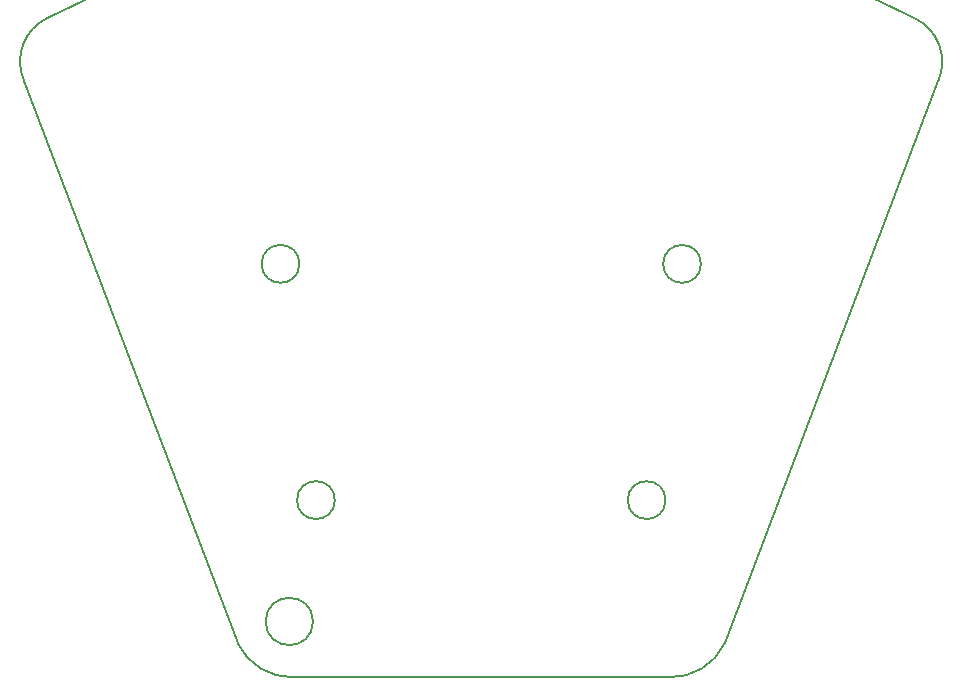
<source format=gm1>
G04 #@! TF.GenerationSoftware,KiCad,Pcbnew,6.0.11-2627ca5db0~126~ubuntu20.04.1*
G04 #@! TF.CreationDate,2025-11-03T09:49:22+01:00*
G04 #@! TF.ProjectId,attiny85_catch_me_bcl-2,61747469-6e79-4383-955f-63617463685f,1.0*
G04 #@! TF.SameCoordinates,Original*
G04 #@! TF.FileFunction,Profile,NP*
%FSLAX46Y46*%
G04 Gerber Fmt 4.6, Leading zero omitted, Abs format (unit mm)*
G04 Created by KiCad (PCBNEW 6.0.11-2627ca5db0~126~ubuntu20.04.1) date 2025-11-03 09:49:22*
%MOMM*%
%LPD*%
G01*
G04 APERTURE LIST*
G04 #@! TA.AperFunction,Profile*
%ADD10C,0.200000*%
G04 #@! TD*
G04 APERTURE END LIST*
D10*
X89600000Y-94000000D02*
G75*
G03*
X89600000Y-94000000I-1600000J0D01*
G01*
X89124000Y-129000000D02*
X120876000Y-129000000D01*
X123600000Y-94000000D02*
G75*
G03*
X123600000Y-94000000I-1600000J0D01*
G01*
X66294000Y-78516806D02*
X84377147Y-126116431D01*
X90750000Y-124275000D02*
G75*
G03*
X90750000Y-124275000I-2000000J0D01*
G01*
X68325998Y-73151996D02*
G75*
G03*
X66294000Y-78516806I1710312J-3715034D01*
G01*
X84377158Y-126116426D02*
G75*
G03*
X89124000Y-129000000I4598842J2221626D01*
G01*
X92600000Y-114000000D02*
G75*
G03*
X92600000Y-114000000I-1600000J0D01*
G01*
X120600000Y-114000000D02*
G75*
G03*
X120600000Y-114000000I-1600000J0D01*
G01*
X141667010Y-73182803D02*
G75*
G03*
X68326000Y-73152000I-36700330J-70997627D01*
G01*
X120876002Y-128999938D02*
G75*
G03*
X125622853Y-126116431I159498J5086338D01*
G01*
X125622853Y-126116431D02*
X143699009Y-78516806D01*
X143699043Y-78516821D02*
G75*
G03*
X141667009Y-73182806I-3779543J1614221D01*
G01*
M02*

</source>
